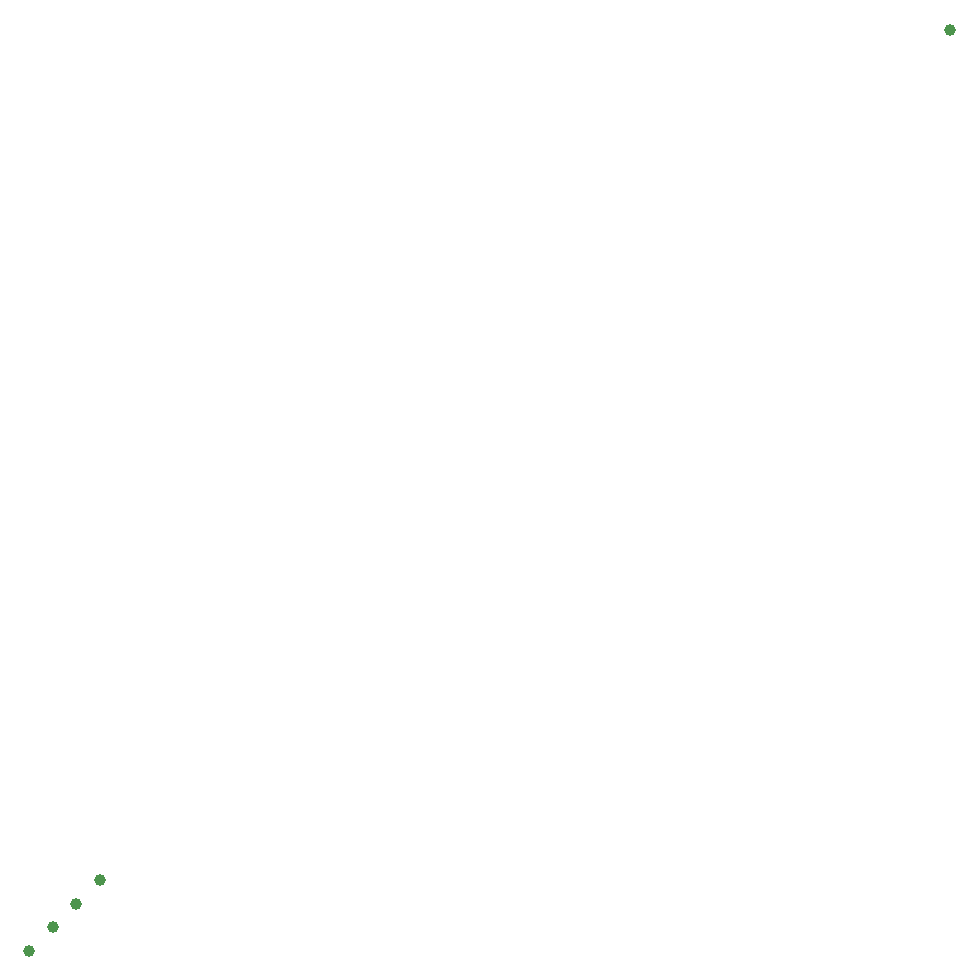
<source format=gbr>
G04 Examples for testing time performance of Gerber parsers*
%FSLAX26Y26*%
%MOMM*%
%ADD10C,1*%
%LPD*%
D10*
X0Y0D03*
X78000000Y78000000D03*
X2000000Y2000000D03*
X4000000Y4000000D03*
X6000000Y6000000D03*
M02*

</source>
